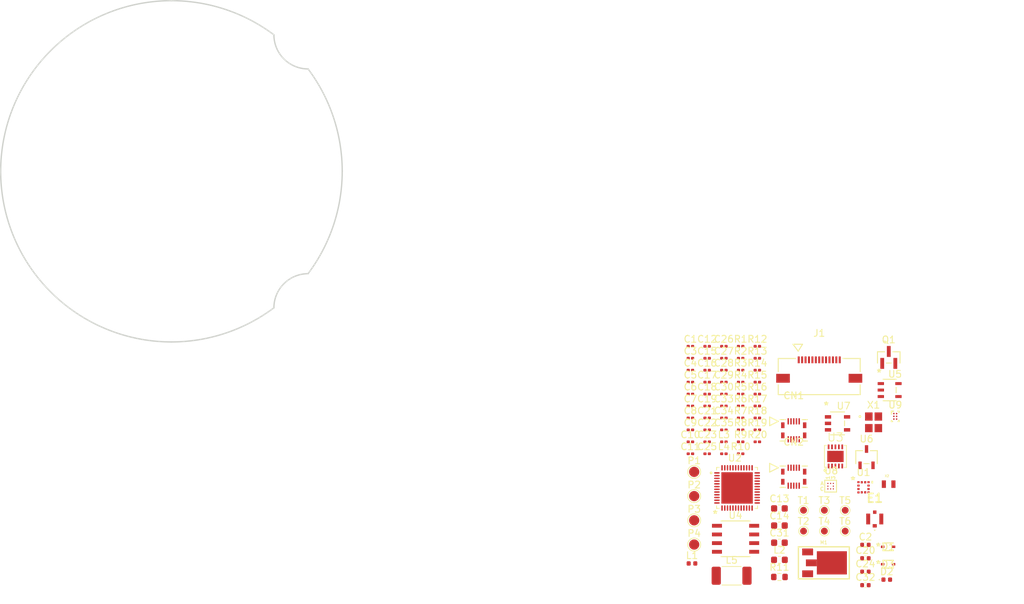
<source format=kicad_pcb>
(kicad_pcb (version 20240108) (generator "pcbnew") (generator_version "8.0")
  (layers (0 "F.Cu" signal) (31 "B.Cu" signal) (34 "B.Paste" user) (35 "F.Paste" user) (36 "B.SilkS" user "B.Silkscreen") (37 "F.SilkS" user "F.Silkscreen") (38 "B.Mask" user) (39 "F.Mask" user) (44 "Edge.Cuts" user))
  (net 0 "")
  (net 1 "Net-(U2-DEC4)")
  (net 2 "GND")
  (net 3 "3V3")
  (net 4 "Net-(U2-XC2)")
  (net 5 "Net-(U1-IO_VDD)")
  (net 6 "Net-(U2-P0.00{slash}XL1)")
  (net 7 "Net-(U2-XC1)")
  (net 8 "Net-(U2-DEC1)")
  (net 9 "Net-(U2-P0.01{slash}XL2)")
  (net 10 "Net-(U2-DEC3)")
  (net 11 "Net-(U2-DEC2)")
  (net 12 "Net-(U3-VREG)")
  (net 13 "Net-(C15-Pad1)")
  (net 14 "Net-(C15-Pad2)")
  (net 15 "Net-(U2-ANT)")
  (net 16 "VBAT")
  (net 17 "Net-(U5-CE)")
  (net 18 "Net-(D1-CATHODE)")
  (net 19 "Net-(D3-CATHODE)")
  (net 20 "Net-(D3-ANODE)")
  (net 21 "Net-(J1-VPP)")
  (net 22 "Net-(J1-VCOMH)")
  (net 23 "POWER_UP")
  (net 24 "BAT_P")
  (net 25 "RX2")
  (net 26 "RX3")
  (net 27 "TX0")
  (net 28 "RX1")
  (net 34 "SCL")
  (net 35 "HR_EN2")
  (net 36 "HR_INT")
  (net 37 "SDA")
  (net 38 "VUSB")
  (net 40 "Net-(J1-IREF)")
  (net 41 "SPI_CLK")
  (net 43 "OLED_CS")
  (net 44 "OLED_RES")
  (net 45 "OLED_A0")
  (net 46 "MOSI")
  (net 47 "Net-(L1-Pad2)")
  (net 48 "Net-(U2-DCC)")
  (net 49 "Net-(U9-SW)")
  (net 50 "Net-(Q1-B)")
  (net 51 "Net-(U3-CRX1)")
  (net 52 "Net-(U3-CRX3)")
  (net 53 "Net-(U3-CRX2)")
  (net 54 "RDY")
  (net 55 "Net-(U4-~HOLD~)")
  (net 56 "CLK")
  (net 57 "Net-(U4-~WP~)")
  (net 58 "C_STATUS")
  (net 59 "Net-(U7-ISEN)")
  (net 60 "MOTOR_DRV")
  (net 61 "Net-(U9-FB)")
  (net 62 "RX")
  (net 63 "TX")
  (net 64 "DIO")
  (net 65 "AC_CLK")
  (net 66 "AC_INT1")
  (net 68 "AC_MISO")
  (net 69 "AC_MOSI")
  (net 70 "AC_CS#")
  (net 74 "OLED_EN1")
  (net 78 "FLASH_CS")
  (net 80 "MISO")
  (net 81 "INT")
  (footprint "OD07_PLUS_-easyedapro:R_0201_0603Metric" (layer "F.Cu") (at 126.89475 75.287001)
    (property "Reference" "R4" (at 0 -1.05 0) (layer "F.SilkS"))
    (property "Value" "10K")
    (pad "1" smd roundrect (at -0.32 0) (size 0.46 0.4) (layers "F.Cu" "F.Mask") (net 54 "RDY"))
    (pad "2" smd roundrect (at 0.32 0) (size 0.46 0.4) (layers "F.Cu" "F.Mask") (net 3 "3V3"))
  )
  (footprint "OD07_PLUS_-easyedapro:C_0201_0603Metric" (layer "F.Cu") (at 121.99475 78.787001)
    (property "Reference" "C19" (at 0 -1.05 0) (layer "F.SilkS"))
    (property "Value" "0.1uF")
    (pad "1" smd roundrect (at -0.32 0) (size 0.46 0.4) (layers "F.Cu" "F.Mask") (net 2 "GND"))
    (pad "2" smd roundrect (at 0.32 0) (size 0.46 0.4) (layers "F.Cu" "F.Mask") (net 3 "3V3"))
  )
  (footprint "OD07_PLUS_-easyedapro:C_0201_0603Metric" (layer "F.Cu") (at 121.99475 75.287001)
    (property "Reference" "C17" (at 0 -1.05 0) (layer "F.SilkS"))
    (property "Value" "NC")
    (pad "1" smd roundrect (at -0.32 0) (size 0.46 0.4) (layers "F.Cu" "F.Mask") (net 14 "Net-(C15-Pad2)"))
    (pad "2" smd roundrect (at 0.32 0) (size 0.46 0.4) (layers "F.Cu" "F.Mask") (net 2 "GND"))
  )
  (footprint "OD07_PLUS_-easyedapro:TestPoint_Pad_D1.0mm" (layer "F.Cu") (at 136.10475 97.117001)
    (property "Reference" "T2" (at 0 -1.448 0) (layer "F.SilkS"))
    (property "Value" "TX")
    (pad "1" smd circle (at 0 0) (size 1 1) (layers "F.Cu" "F.Mask") (net 63 "TX"))
  )
  (footprint "OD07_PLUS_-easyedapro:C_0201_0603Metric" (layer "F.Cu") (at 124.44475 71.787001)
    (property "Reference" "C27" (at 0 -1.05 0) (layer "F.SilkS"))
    (property "Value" "0.1uF")
    (pad "1" smd roundrect (at -0.32 0) (size 0.46 0.4) (layers "F.Cu" "F.Mask") (net 2 "GND"))
    (pad "2" smd roundrect (at 0.32 0) (size 0.46 0.4) (layers "F.Cu" "F.Mask") (net 3 "3V3"))
  )
  (footprint "OD07_PLUS_-easyedapro:R_0201_0603Metric" (layer "F.Cu") (at 126.89475 82.287001)
    (property "Reference" "R8" (at 0 -1.05 0) (layer "F.SilkS"))
    (property "Value" "10K")
    (pad "1" smd roundrect (at -0.32 0) (size 0.46 0.4) (layers "F.Cu" "F.Mask") (net 3 "3V3"))
    (pad "2" smd roundrect (at 0.32 0) (size 0.46 0.4) (layers "F.Cu" "F.Mask") (net 58 "C_STATUS"))
  )
  (footprint "OD07_PLUS_-easyedapro:CON_559099872" (layer "F.Cu") (at 134.669946 82.3505)
    (property "Reference" "CN1" (at 0 -5.08 0) (layer "F.SilkS"))
    (property "Value" "")
    (fp_text user "" (at 0 -7.619999 0) (layer "F.SilkS"))
    (pad "1" smd rect (at -0.800001 -1.314999) (size 0.22 0.9) (layers "F.Cu" "F.Paste" "F.Mask") (net 28 "RX1"))
    (pad "2" smd rect (at -0.399999 -1.314999) (size 0.22 0.9) (layers "F.Cu" "F.Paste" "F.Mask") (net 25 "RX2"))
    (pad "3" smd rect (at 0 -1.314999) (size 0.22 0.9) (layers "F.Cu" "F.Paste" "F.Mask") (net 26 "RX3"))
    (pad "4" smd rect (at 0.399999 -1.314999) (size 0.22 0.9) (layers "F.Cu" "F.Paste" "F.Mask") (net 27 "TX0"))
    (pad "5" smd rect (at 0.800001 -1.314999) (size 0.22 0.9) (layers "F.Cu" "F.Paste" "F.Mask"))
    (pad "6" smd rect (at -0.800001 1.314999) (size 0.22 0.9) (layers "F.Cu" "F.Paste" "F.Mask"))
    (pad "7" smd rect (at -0.399999 1.314999) (size 0.22 0.9) (layers "F.Cu" "F.Paste" "F.Mask"))
    (pad "8" smd rect (at 0 1.314999) (size 0.22 0.9) (layers "F.Cu" "F.Paste" "F.Mask"))
    (pad "9" smd rect (at 0.399999 1.314999) (size 0.22 0.9) (layers "F.Cu" "F.Paste" "F.Mask") (net 2 "GND"))
    (pad "10" smd rect (at 0.800001 1.314999) (size 0.22 0.9) (layers "F.Cu" "F.Paste" "F.Mask") (net 2 "GND"))
    (pad "P1" smd rect (at -1.6 0.74) (size 0.5 0.85) (layers "F.Cu" "F.Paste" "F.Mask"))
    (pad "P2" smd rect (at 1.599997 0.74) (size 0.5 0.85) (layers "F.Cu" "F.Paste" "F.Mask"))
    (pad "P3" smd rect (at -1.6 -0.74) (size 0.5 0.85) (layers "F.Cu" "F.Paste" "F.Mask"))
    (pad "P4" smd rect (at 1.599997 -0.74) (size 0.5 0.85) (layers "F.Cu" "F.Paste" "F.Mask"))
  )
  (footprint "OD07_PLUS_-easyedapro:D_0402_1005Metric" (layer "F.Cu") (at 148.28975 104.227001)
    (property "Reference" "D2" (at 0 -1.17 0) (layer "F.SilkS"))
    (property "Value" "BTR04F15")
    (pad "1" smd roundrect (at -0.485 0) (size 0.59 0.64) (layers "F.Cu" "F.Paste" "F.Mask") (net 2 "GND"))
    (pad "2" smd roundrect (at 0.485 0) (size 0.59 0.64) (layers "F.Cu" "F.Paste" "F.Mask") (net 38 "VUSB"))
  )
  (footprint "OD07_PLUS_-easyedapro:C_0201_0603Metric" (layer "F.Cu") (at 119.54475 71.787001)
    (property "Reference" "C3" (at 0 -1.05 0) (layer "F.SilkS"))
    (property "Value" "0.1uF")
    (pad "1" smd roundrect (at -0.32 0) (size 0.46 0.4) (layers "F.Cu" "F.Mask") (net 2 "GND"))
    (pad "2" smd roundrect (at 0.32 0) (size 0.46 0.4) (layers "F.Cu" "F.Mask") (net 3 "3V3"))
  )
  (footprint "OD07_PLUS_-easyedapro:L_0201_0603Metric" (layer "F.Cu") (at 124.44475 84.037001)
    (property "Reference" "L3" (at 0 -1.05 0) (layer "F.SilkS"))
    (property "Value" "3.9nH")
    (pad "1" smd roundrect (at -0.32 0) (size 0.46 0.4) (layers "F.Cu" "F.Mask") (net 15 "Net-(U2-ANT)"))
    (pad "2" smd roundrect (at 0.32 0) (size 0.46 0.4) (layers "F.Cu" "F.Mask") (net 13 "Net-(C15-Pad1)"))
  )
  (footprint "OD07_PLUS_-easyedapro:C_0603_1608Metric" (layer "F.Cu") (at 132.57475 98.817001)
    (property "Reference" "C31" (at 0 -1.43 0) (layer "F.SilkS"))
    (property "Value" "2.2uF")
    (pad "1" smd roundrect (at -0.775 0) (size 0.9 0.95) (layers "F.Cu" "F.Paste" "F.Mask") (net 21 "Net-(J1-VPP)"))
    (pad "2" smd roundrect (at 0.775 0) (size 0.9 0.95) (layers "F.Cu" "F.Paste" "F.Mask") (net 2 "GND"))
  )
  (footprint "OD07_PLUS_-easyedapro:C_0201_0603Metric" (layer "F.Cu") (at 124.44475 77.037001)
    (property "Reference" "C30" (at 0 -1.05 0) (layer "F.SilkS"))
    (property "Value" "0.1uF")
    (pad "1" smd roundrect (at -0.32 0) (size 0.46 0.4) (layers "F.Cu" "F.Mask") (net 2 "GND"))
    (pad "2" smd roundrect (at 0.32 0) (size 0.46 0.4) (layers "F.Cu" "F.Mask") (net 21 "Net-(J1-VPP)"))
  )
  (footprint "OD07_PLUS_-easyedapro:CON_5051101392_MOL" (layer "F.Cu") (at 138.403238 74.474201)
    (property "Reference" "J1" (at 0 -6.35 0) (layer "F.SilkS"))
    (property "Value" "")
    (fp_text user "" (at 0 -8.89 0) (layer "F.SilkS"))
    (pad "1" smd rect (at -2.999999 -2.45) (size 0.3 1) (layers "F.Cu" "F.Paste" "F.Mask"))
    (pad "2" smd rect (at -2.5 -2.45) (size 0.3 1) (layers "F.Cu" "F.Paste" "F.Mask") (net 21 "Net-(J1-VPP)"))
    (pad "3" smd rect (at -1.999999 -2.45) (size 0.3 1) (layers "F.Cu" "F.Paste" "F.Mask") (net 22 "Net-(J1-VCOMH)"))
    (pad "4" smd rect (at -1.5 -2.45) (size 0.3 1) (layers "F.Cu" "F.Paste" "F.Mask") (net 3 "3V3"))
    (pad "5" smd rect (at -0.999998 -2.45) (size 0.3 1) (layers "F.Cu" "F.Paste" "F.Mask") (net 2 "GND"))
    (pad "6" smd rect (at -0.499999 -2.45) (size 0.3 1) (layers "F.Cu" "F.Paste" "F.Mask") (net 40 "Net-(J1-IREF)"))
    (pad "7" smd rect (at 0 -2.45) (size 0.3 1) (layers "F.Cu" "F.Paste" "F.Mask") (net 43 "OLED_CS"))
    (pad "8" smd rect (at 0.500002 -2.45) (size 0.3 1) (layers "F.Cu" "F.Paste" "F.Mask") (net 44 "OLED_RES"))
    (pad "9" smd rect (at 1.000001 -2.45) (size 0.3 1) (layers "F.Cu" "F.Paste" "F.Mask") (net 45 "OLED_A0"))
    (pad "10" smd rect (at 1.500002 -2.45) (size 0.3 1) (layers "F.Cu" "F.Paste" "F.Mask") (net 41 "SPI_CLK"))
    (pad "11" smd rect (at 2.000001 -2.45) (size 0.3 1) (layers "F.Cu" "F.Paste" "F.Mask") (net 46 "MOSI"))
    (pad "12" smd rect (at 2.5 -2.45) (size 0.3 1) (layers "F.Cu" "F.Paste" "F.Mask") (net 2 "GND"))
    (pad "13" smd rect (at 3.000002 -2.45) (size 0.3 1) (layers "F.Cu" "F.Paste" "F.Mask"))
    (pad "P1" smd rect (at -5.299994 0.249999) (size 2 1.3) (layers "F.Cu" "F.Paste" "F.Mask"))
    (pad "P2" smd rect (at 5.299994 0.249999) (size 2 1.3) (layers "F.Cu" "F.Paste" "F.Mask"))
  )
  (footprint "OD07_PLUS_-easyedapro:C_0201_0603Metric" (layer "F.Cu") (at 119.54475 82.287001)
    (property "Reference" "C9" (at 0 -1.05 0) (layer "F.SilkS"))
    (property "Value" "0.1uF")
    (pad "1" smd roundrect (at -0.32 0) (size 0.46 0.4) (layers "F.Cu" "F.Mask") (net 8 "Net-(U2-DEC1)"))
    (pad "2" smd roundrect (at 0.32 0) (size 0.46 0.4) (layers "F.Cu" "F.Mask") (net 2 "GND"))
  )
  (footprint "OD07_PLUS_-easyedapro:L_0402_1005Metric" (layer "F.Cu") (at 119.77475 101.857001)
    (property "Reference" "L1" (at 0 -1.17 0) (layer "F.SilkS"))
    (property "Value" "15nH")
    (pad "1" smd roundrect (at -0.485 0) (size 0.59 0.64) (layers "F.Cu" "F.Paste" "F.Mask") (net 1 "Net-(U2-DEC4)"))
    (pad "2" smd roundrect (at 0.485 0) (size 0.59 0.64) (layers "F.Cu" "F.Paste" "F.Mask") (net 47 "Net-(L1-Pad2)"))
  )
  (footprint "OD07_PLUS_-easyedapro:C_0201_0603Metric" (layer "F.Cu") (at 119.54475 80.537001)
    (property "Reference" "C8" (at 0 -1.05 0) (layer "F.SilkS"))
    (property "Value" "12pF")
    (pad "1" smd roundrect (at -0.32 0) (size 0.46 0.4) (layers "F.Cu" "F.Mask") (net 7 "Net-(U2-XC1)"))
    (pad "2" smd roundrect (at 0.32 0) (size 0.46 0.4) (layers "F.Cu" "F.Mask") (net 2 "GND"))
  )
  (footprint "OD07_PLUS_-easyedapro:SOT-23_MCC" (layer "F.Cu") (at 148.58395 71.668601)
    (property "Reference" "Q1" (at -0.01 -2.59 0) (layer "F.SilkS"))
    (property "Value" "MMBT3904")
    (pad "1" smd rect (at -0.95885 0.8763) (size 0.5588 1.6002) (layers "F.Cu" "F.Paste" "F.Mask") (net 50 "Net-(Q1-B)"))
    (pad "2" smd rect (at 0.95885 0.8763) (size 0.5588 1.6002) (layers "F.Cu" "F.Paste" "F.Mask") (net 2 "GND"))
    (pad "3" smd rect (at 0 -0.8763) (size 0.5588 1.6002) (layers "F.Cu" "F.Paste" "F.Mask") (net 20 "Net-(D3-ANODE)"))
  )
  (footprint "OD07_PLUS_-easyedapro:TestPoint_Pad_D1.5mm" (layer "F.Cu") (at 120.09475 95.537001)
    (property "Reference" "P3" (at 0 -1.648 0) (layer "F.SilkS"))
    (property "Value" "GND")
    (pad "1" smd circle (at 0 0) (size 1.5 1.5) (layers "F.Cu" "F.Mask") (net 2 "GND"))
  )
  (footprint "OD07_PLUS_-easyedapro:C_0201_0603Metric" (layer "F.Cu") (at 121.99475 70.037001)
    (property "Reference" "C12" (at 0 -1.05 0) (layer "F.SilkS"))
    (property "Value" "NC")
    (pad "1" smd roundrect (at -0.32 0) (size 0.46 0.4) (layers "F.Cu" "F.Mask") (net 11 "Net-(U2-DEC2)"))
    (pad "2" smd roundrect (at 0.32 0) (size 0.46 0.4) (layers "F.Cu" "F.Mask") (net 2 "GND"))
  )
  (footprint "OD07_PLUS_-easyedapro:R_0201_0603Metric" (layer "F.Cu") (at 126.89475 77.037001)
    (property "Reference" "R5" (at 0 -1.05 0) (layer "F.SilkS"))
    (property "Value" "10K")
    (pad "1" smd roundrect (at -0.32 0) (size 0.46 0.4) (layers "F.Cu" "F.Mask") (net 3 "3V3"))
    (pad "2" smd roundrect (at 0.32 0) (size 0.46 0.4) (layers "F.Cu" "F.Mask") (net 55 "Net-(U4-~HOLD~)"))
  )
  (footprint "OD07_PLUS_-easyedapro:TestPoint_Pad_D1.0mm" (layer "F.Cu") (at 139.15475 94.067001)
    (property "Reference" "T3" (at 0 -1.448 0) (layer "F.SilkS"))
    (property "Value" "SWDIO")
    (pad "1" smd circle (at 0 0) (size 1 1) (layers "F.Cu" "F.Mask") (net 64 "DIO"))
  )
  (footprint "OD07_PLUS_-easyedapro:TestPoint_Pad_D1.5mm" (layer "F.Cu") (at 120.09475 99.087001)
    (property "Reference" "P4" (at 0 -1.648 0) (layer "F.SilkS"))
    (property "Value" "B-")
    (pad "1" smd circle (at 0 0) (size 1.5 1.5) (layers "F.Cu" "F.Mask") (net 2 "GND"))
  )
  (footprint "OD07_PLUS_-easyedapro:WL-CSPBGA8_1p2x1p2x0p5_AKM" (layer "F.Cu") (at 140.06925 90.531501)
    (property "Reference" "U8" (at 0.09 -2.25 0) (layer "F.SilkS"))
    (property "Value" "AK09911C")
    (fp_text user "C" (at -1.28 0.41 0) (layer "F.SilkS") (effects (font (size 0.5 0.5))))
    (fp_text user "1" (at -0.4 -1.2446 90) (layer "F.SilkS") (effects (font (size 0.5 0.5))))
    (fp_text user "A" (at -1.2446 -0.4 0) (layer "F.SilkS") (effects (font (size 0.5 0.5))))
    (fp_text user "3" (at 0.4 -1.2446 90) (layer "F.SilkS") (effects (font (size 0.5 0.5))))
    (pad "A1" smd circle (at -0.4 -0.4) (size 0.1778 0.1778) (layers "F.Cu" "F.Paste" "F.Mask") (net 3 "3V3"))
    (pad "A2" smd circle (at 0 -0.4) (size 0.1778 0.1778) (layers "F.Cu" "F.Paste" "F.Mask"))
    (pad "A3" smd circle (at 0.4 -0.4) (size 0.1778 0.1778) (layers "F.Cu" "F.Paste" "F.Mask") (net 81 "INT"))
    (pad "B1" smd circle (at -0.4 0) (size 0.1778 0.1778) (layers "F.Cu" "F.Paste" "F.Mask") (net 2 "GND"))
    (pad "B3" smd circle (at 0.4 0) (size 0.1778 0.1778) (layers "F.Cu" "F.Paste" "F.Mask") (net 34 "SCL"))
    (pad "C1" smd circle (at -0.4 0.4) (size 0.1778 0.1778) (layers "F.Cu" "F.Paste" "F.Mask") (net 3 "3V3"))
    (pad "C2" smd circle (at 0 0.4) (size 0.1778 0.1778) (layers "F.Cu" "F.Paste" "F.Mask"))
    (pad "C3" smd circle (at 0.4 0.4) (size 0.1778 0.1778) (layers "F.Cu" "F.Paste" "F.Mask") (net 37 "SDA"))
  )
  (footprint "OD07_PLUS_-easyedapro:R_0201_0603Metric" (layer "F.Cu") (at 126.89475 84.037001)
    (property "Reference" "R9" (at 0 -1.05 0) (layer "F.SilkS"))
    (property "Value" "NC")
    (pad "1" smd roundrect (at -0.32 0) (size 0.46 0.4) (layers "F.Cu" "F.Mask") (net 17 "Net-(U5-CE)"))
    (pad "2" smd roundrect (at 0.32 0) (size 0.46 0.4) (layers "F.Cu" "F.Mask") (net 16 "VBAT"))
  )
  (footprint "OD07_PLUS_-easyedapro:R_0201_0603Metric" (layer "F.Cu") (at 126.89475 71.787001)
    (property "Reference" "R2" (at 0 -1.05 0) (layer "F.SilkS"))
    (property "Value" "330R")
    (pad "1" smd roundrect (at -0.32 0) (size 0.46 0.4) (layers "F.Cu" "F.Mask") (net 52 "Net-(U3-CRX3)"))
    (pad "2" smd roundrect (at 0.32 0) (size 0.46 0.4) (layers "F.Cu" "F.Mask") (net 26 "RX3"))
  )
  (footprint "OD07_PLUS_-easyedapro:C_0201_0603Metric" (layer "F.Cu") (at 121.99475 71.787001)
    (property "Reference" "C15" (at 0 -1.05 0) (layer "F.SilkS"))
    (property "Value" "12pF")
    (pad "1" smd roundrect (at -0.32 0) (size 0.46 0.4) (layers "F.Cu" "F.Mask") (net 13 "Net-(C15-Pad1)"))
    (pad "2" smd roundrect (at 0.32 0) (size 0.46 0.4) (layers "F.Cu" "F.Mask") (net 14 "Net-(C15-Pad2)"))
  )
  (footprint "OD07_PLUS_-easyedapro:CR_350TA_DIO" (layer "F.Cu") (at 148.48405 99.416701)
    (property "Reference" "D1" (at 0 0 0) (layer "F.SilkS"))
    (property "Value" "ZHCS350TA")
    (fp_text user "*" (at -1.4351 0 0) (layer "F.SilkS"))
    (fp_text user "*" (at -1.4351 0 0) (layer "F.SilkS"))
    (pad "1" smd rect (at -0.8001 0) (size 0.508 0.3556) (layers "F.Cu" "F.Paste" "F.Mask") (net 38 "VUSB"))
    (pad "2" smd rect (at 0.8001 0) (size 0.508 0.3556) (layers "F.Cu" "F.Paste" "F.Mask") (net 18 "Net-(D1-CATHODE)"))
  )
  (footprint "OD07_PLUS_-easyedapro:C_0402_1005Metric" (layer "F.Cu") (at 145.16475 99.127001)
    (property "Reference" "C2" (at 0 -1.16 0) (layer "F.SilkS"))
    (property "Value" "4.7uF")
    (pad "1" smd roundrect (at -0.48 0) (size 0.56 0.62) (layers "F.Cu" "F.Paste" "F.Mask") (net 2 "GND"))
    (pad "2" smd roundrect (at 0.48 0) (size 0.56 0.62) (layers "F.Cu" "F.Paste" "F.Mask") (net 3 "3V3"))
  )
  (footprint "OD07_PLUS_-easyedapro:IQS263B" (layer "F.Cu") (at 140.77475 86.177001)
    (property "Reference" "U3" (at 0 -2.81 0) (layer "F.SilkS") (effects (font (size 1.2 1.2) (thickness 0.12))))
    (property "Value" "IQS263")
    (pad "1" smd rect (at -1 1.4 90) (size 0.7 0.25) (layers "F.Cu" "F.Paste" "F.Mask") (net 2 "GND"))
    (pad "2" smd rect (at -0.5 1.4 90) (size 0.7 0.25) (layers "F.Cu" "F.Paste" "F.Mask") (net 51 "Net-(U3-CRX1)"))
    (pad "3" smd rect (at 0 1.4 90) (size 0.7 0.25) (layers "F.Cu" "F.Paste" "F.Mask") (net 53 "Net-(U3-CRX2)"))
    (pad "4" smd rect (at 0.5 1.4 90) (size 0.7 0.25) (layers "F.Cu" "F.Paste" "F.Mask") (net 3 "3V3"))
    (pad "5" smd rect (at 1 1.4 90) (size 0.7 0.25) (layers "F.Cu" "F.Paste" "F.Mask") (net 12 "Net-(U3-VREG)"))
    (pad "6" smd rect (at 1 -1.4 90) (size 0.7 0.25) (layers "F.Cu" "F.Paste" "F.Mask") (net 54 "RDY"))
    (pad "7" smd rect (at 0.5 -1.4 90) (size 0.7 0.25) (layers "F.Cu" "F.Paste" "F.Mask") (net 37 "SDA"))
    (pad "8" smd rect (at 0 -1.4 90) (size 0.7 0.25) (layers "F.Cu" "F.Paste" "F.Mask") (net 34 "SCL"))
    (pad "9" smd rect (at -0.5 -1.4 90) (size 0.7 0.25) (layers "F.Cu" "F.Paste" "F.Mask") (net 52 "Net-(U3-CRX3)"))
    (pad "10" smd rect (at -1 -1.4 90) (size 0.7 0.25) (layers "F.Cu" "F.Paste" "F.Mask") (net 27 "TX0"))
    (pad "11" smd rect (at 0 0) (size 2.4 1.65) (layers "F.Cu" "F.Paste" "F.Mask") (net 2 "GND"))
  )
  (footprint "OD07_PLUS_-easyedapro:TestPoint_Pad_D1.0mm" (layer "F.Cu") (at 142.20475 97.117001)
    (property "Reference" "T6" (at 0 -1.448 0) (layer "F.SilkS"))
    (property "Value" "GND")
    (pad "1" smd circle (at 0 0) (size 1 1) (layers "F.Cu" "F.Mask") (net 2 "GND"))
  )
  (footprint "OD07_PLUS_-easyedapro:CR_350TA_DIO" (layer "F.Cu") (at 148.48405 101.966101)
    (property "Reference" "D3" (at 0 0 0) (layer "F.SilkS"))
    (property "Value" "ZHCS350TA")
    (fp_text user "*" (at -1.4351 0 0) (layer "F.SilkS"))
    (fp_text user "*" (at -1.4351 0 0) (layer "F.SilkS"))
    (pad "1" smd rect (at -0.8001 0) (size 0.508 0.3556) (layers "F.Cu" "F.Paste" "F.Mask") (net 20 "Net-(D3-ANODE)"))
    (pad "2" smd rect (at 0.8001 0) (size 0.508 0.3556) (layers "F.Cu" "F.Paste" "F.Mask") (net 19 "Net-(D3-CATHODE)"))
  )
  (footprint "OD07_PLUS_-easyedapro:C_0201_0603Metric" (layer "F.Cu") (at 119.54475 85.787001)
    (property "Reference" "C11" (at 0 -1.05 0) (layer "F.SilkS"))
    (property "Value" "100pF")
    (pad "1" smd roundrect (at -0.32 0) (size 0.46 0.4) (layers "F.Cu" "F.Mask") (net 10 "Net-(U2-DEC3)"))
    (pad "2" smd roundrect (at 0.32 0) (size 0.46 0.4) (layers "F.Cu" "F.Mask") (net 2 "GND"))
  )
  (footprint "OD07_PLUS_-easyedapro:CON_559099872" (layer "F.Cu") (at 134.669946 89.147499)
    (property "Reference" "CN2" (at 0 -5.08 0) (layer "F.SilkS"))
    (property "Value" "")
    (fp_text user "" (at 0 -7.619999 0) (layer "F.SilkS"))
    (pad "1" smd rect (at -0.800001 -1.314999) (size 0.22 0.9) (layers "F.Cu" "F.Paste" "F.Mask") (net 37 "SDA"))
    (pad "2" smd rect (at -0.399999 -1.314999) (size 0.22 0.9) (layers "F.Cu" "F.Paste" "F.Mask") (net 34 "SCL"))
    (pad "3" smd rect (at 0 -1.314999) (size 0.22 0.9) (layers "F.Cu" "F.Paste" "F.Mask") (net 36 "HR_INT"))
    (pad "4" smd rect (at 0.399999 -1.314999) (size 0.22 0.9) (layers "F.Cu" "F.Paste" "F.Mask") (net 35 "HR_EN2"))
    (pad "5" smd rect (at 0.800001 -1.314999) (size 0.22 0.9) (layers "F.Cu" "F.Paste" "F.Mask") (net 3 "3V3"))
    (pad "6" smd rect (at -0.800001 1.314999) (size 0.22 0.9) (layers "F.Cu" "F.Paste" "F.Mask") (net 16 "VBAT"))
    (pad "7" smd rect (at -0.399999 1.314999) (size 0.22 0.9) (layers "F.Cu" "F.Paste" "F.Mask") (net 16 "VBAT"))
    (pad "8" smd rect (at 0 1.314999) (size 0.22 0.9) (layers "F.Cu" "F.Paste" "F.Mask"))
    (pad "9" smd rect (at 0.399999 1.314999) (size 0.22 0.9) (layers "F.Cu" "F.Paste" "F.Mask") (net 2 "GND"))
    (pad "10" smd rect (at 0.800001 1.314999) (size 0.22 0.9) (layers "F.Cu" "F.Paste" "F.Mask") (net 2 "GND"))
    (pad "P1" smd rect (at -1.6 0.74) (size 0.5 0.85) (layers "F.Cu" "F.Paste" "F.Mask"))
    (pad "P2" smd rect (at 1.599997 0.74) (size 0.5 0.85) (layers "F.Cu" "F.Paste" "F.Mask"))
    (pad "P3" smd rect (at -1.6 -0.74) (size 0.5 0.85) (layers "F.Cu" "F.Paste" "F.Mask"))
    (pad "P4" smd rect (at 1.599997 -0.74) (size 0.5 0.85) (layers "F.Cu" "F.Paste" "F.Mask"))
  )
  (footprint "OD07_PLUS_-easyedapro:C_0603_1608Metric" (layer "F.Cu") (at 132.57475 96.307001)
    (property "Reference" "C14" (at 0 -1.43 0) (layer "F.SilkS"))
    (property "Value" "2.2uF")
    (pad "1" smd roundrect (at -0.775 0) (size 0.9 0.95) (layers "F.Cu" "F.Paste" "F.Mask") (net 12 "Net-(U3-VREG)"))
    (pad "2" smd roundrect (at 0.775 0) (size 0.9 0.95) (layers "F.Cu" "F.Paste" "F.Mask") (net 2 "GND"))
  )
  (footprint "OD07_PLUS_-easyedapro:R_0201_0603Metric" (layer "F.Cu") (at 126.89475 73.537001)
    (property "Reference" "R3" (at 0 -1.05 0) (layer "F.SilkS"))
    (property "Value" "330R")
    (pad "1" smd roundrect (at -0.32 0) (size 0.46 0.4) (layers "F.Cu" "F.Mask") (net 25 "RX2"))
    (pad "2" smd roundrect (at 0.32 0) (size 0.46 0.4) (layers "F.Cu" "F.Mask") (net 53 "Net-(U3-CRX2)"))
  )
  (footprint "OD07_PLUS_-easyedapro:C_0402_1005Metric" (layer "F.Cu") (at 145.16475 101.097001)
    (property "Reference" "C20" (at 0 -1.16 0) (layer "F.SilkS"))
    (property "Value" "4.7uF")
    (pad "1" smd roundrect (at -0.48 0) (size 0.56 0.62) (layers "F.Cu" "F.Paste" "F.Mask") (net 3 "3V3"))
    (pad "2" smd roundrect (at 0.48 0) (size 0.56 0.62) (layers "F.Cu" "F.Paste" "F.Mask") (net 2 "GND"))
  )
  (footprint "OD07_PLUS_-easyedapro:R_0201_0603Metric" (layer "F.Cu") (at 129.34475 75.287001)
    (property "Reference" "R15" (at 0 -1.05 0) (layer "F.SilkS"))
    (property "Value" "155K 1%")
    (pad "1" smd roundrect (at -0.32 0) (size 0.46 0.4) (layers "F.Cu" "F.Mask") (net 61 "Net-(U9-FB)"))
    (pad "2" smd roundrect (at 0.32 0) (size 0.46 0.4) (layers "F.Cu" "F.Mask") (net 2 "GND"))
  )
  (footprint "OD07_PLUS_-easyedapro:TestPoint_Pad_D1.5mm" (layer "F.Cu") (at 120.09475 88.437001)
    (property "Reference" "P1" (at 0 -1.648 0) (layer "F.SilkS"))
    (property "Value" "VUSB")
    (pad "1" smd circle (at 0 0) (size 1.5 1.5) (layers "F.Cu" "F.Mask") (net 38 "VUSB"))
  )
  (footprint "OD07_PLUS_-easyedapro:R_0201_0603Metric" (layer "F.Cu") (at 129.34475 73.537001)
    (property "Reference" "R14" (at 0 -1.05 0) (layer "F.SilkS"))
    (property "Value" "810K 1%")
    (pad "1" smd roundrect (at -0.32 0) (size 0.46 0.4) (layers "F.Cu" "F.Mask") (net 61 "Net-(U9-FB)"))
    (pad "2" smd roundrect (at 0.32 0) (size 0.46 0.4) (layers "F.Cu" "F.Mask") (net 21 "Net-(J1-VPP)"))
  )
  (footprint "OD07_PLUS_-easyedapro:C_0201_0603Metric" (layer "F.Cu") (at 119.54475 84.037001)
    (property "Reference" "C10" (at 0 -1.05 0) (layer "F.SilkS"))
    (property "Value" "20PF")
    (pad "1" smd roundrect (at -0.32 0) (size 0.46 0.4) (layers "F.Cu" "F.Mask") (net 2 "GND"))
    (pad "2" smd roundrect (at 0.32 0) (size 0.46 0.4) (layers "F.Cu" "F.Mask") (net 9 "Net-(U2-P0.01{slash}XL2)"))
  )
  (footprint "OD07_PLUS_-easyedapro:TestPoint_Pad_D1.0mm" (layer "F.Cu") (at 139.15475 97.117001)
    (property "Reference" "T4" (at 0 -1.448 0) (layer "F.SilkS"))
    (property "Value" "SWDCLK")
    (pad "1" smd circle (at 0 0) (size 1 1) (layers "F.Cu" "F.Mask") (net 56 "CLK"))
  )
  (footprint "OD07_PLUS_-easyedapro:R_0201_0603Metric" (layer "F.Cu") (at 129.34475 82.287001)
    (property "Reference" "R19" (at 0 -1.05 0) (layer "F.SilkS"))
    (property "Value" "1M_1%")
    (pad "1" smd roundrect (at -0.32 0) (size 0.46 0.4) (layers "F.Cu" "F.Mask") (net 16 "VBAT"))
    (pad "2" smd roundrect (at 0.32 0) (size 0.46 0.4) (layers "F.Cu" "F.Mask") (net 24 "BAT_P"))
  )
  (footprint "OD07_PLUS_-easyedapro:R_0201_0603Metric" (layer "F.Cu") (at 126.89475 78.787001)
    (property "Reference" "R6" (at 0 -1.05 0) (layer "F.SilkS"))
    (property "Value" "10K")
    (pad "1" smd roundrect (at -0.32 0) (size 0.46 0.4) (layers "F.Cu" "F.Mask") (net 56 "CLK"))
    (pad "2" smd roundrect (at 0.32 0) (size 0.46 0.4) (layers "F.Cu" "F.Mask") (net 2 "GND"))
  )
  (footprint "OD07_PLUS_-easyedapro:C_0201_0603Metric" (layer "F.Cu") (at 119.54475 78.787001)
    (property "Reference" "C7" (at 0 -1.05 0) (layer "F.SilkS"))
    (property "Value" "20PF")
    (pad "1" smd roundrect (at -0.32 0) (size 0.46 0.4) (layers "F.Cu" "F.Mask") (net 2 "GND"))
    (pad "2" smd roundrect (at 0.32 0) (size 0.46 0.4) (layers "F.Cu" "F.Mask") (net 6 "Net-(U2-P0.00{slash}XL1)"))
  )
  (footprint "OD07_PLUS_-easyedapro:R_0201_0603Metric" (layer "F.Cu") (at 129.34475 77.037001)
    (property "Reference" "R16" (at 0 -1.05 0) (layer "F.SilkS"))
    (property "Value" "560K")
    (pad "1" smd roundrect (at -0.32 0) (size 0.46 0.4) (layers "F.Cu" "F.Mask") (net 40 "Net-(J1-IREF)"))
    (pad "2" smd roundrect (at 0.32 0) (size 0.46 0.4) (layers "F.Cu" "F.Mask") (net 2 "GND"))
  )
  (footprint "OD07_PLUS_-easyedapro:R_0201_0603Metric" (layer "F.Cu") (at 129.34475 80.537001)
    (property "Reference" "R18" (at 0 -1.05 0) (layer "F.SilkS"))
    (property "Value" "1M_1%")
    (pad "1" smd roundrect (at -0.32 0) (size 0.46 0.4) (layers "F.Cu" "F.Mask") (net 23 "POWER_UP"))
    (pad "2" smd roundrect (at 0.32 0) (size 0.46 0.4) (layers "F.Cu" "F.Mask") (net 2 "GND"))
  )
  (footprint "OD07_PLUS_-easyedapro:XC61C_SOT-23_TOR" (layer "F.Cu") (at 145.32775 86.284801)
    (property "Reference" "U6" (at 0 -2.68 0) (layer "F.SilkS"))
    (property "Value" "XC61CC3302MR-G")
    (pad "1" smd rect (at -0.950001 1.1938) (size 0.4826 1.1176) (layers "F.Cu" "F.Paste" "F.Mask") (net 17 "Net-(U5-CE)"))
    (pad "2" smd rect (at 0.950001 1.1938) (size 0.4826 1.1176) (layers "F.Cu" "F.Paste" "F.Mask") (net 2 "GND"))
    (pad "3" smd rect (at 0 -1.1938) (size 0.4826 1.1176) (layers "F.Cu" "F.Paste" "F.Mask") (net 16 "VBAT"))
  )
  (footprint "OD07_PLUS_-easyedapro:C_0201_0603Metric" (layer "F.Cu") (at 124.44475 75.287001)
    (property "Reference" "C29" (at 0 -1.05 0) (layer "F.SilkS"))
    (property "Value" "1uF")
    (pad "1" smd roundrect (at -0.32 0) (size 0.46 0.4) (layers "F.Cu" "F.Mask") (net 16 "VBAT"))
    (pad "2" smd roundrect (at 0.32 0) (size 0.46 0.4) (layers "F.Cu" "F.Mask") (net 2 "GND"))
  )
  (footprint "OD07_PLUS_-easyedapro:R_0603_1608Metric" (layer "F.Cu") (at 132.57475 103.837001)
    (property "Reference" "R11" (at 0 -1.43 0) (layer "F.SilkS"))
    (property "Value" "25.5R")
    (pad "1" smd roundrect (at -0.825 0) (size 0.8 0.95) (layers "F.Cu" "F.Paste" "F.Mask") (net 16 "VBAT"))
    (pad "2" smd roundrect (at 0.825 0) (size 0.8 0.95) (layers "F.Cu" "F.Paste" "F.Mask") (net 19 "Net-(D3-CATHODE)"))
  )
  (footprint "OD07_PLUS_-easyedapro:C_0201_0603Metric" (layer "F.Cu") (at 124.44475 70.037001)
    (property "Reference" "C26" (at 0 -1.05 0) (layer "F.SilkS"))
    (property "Value" "0.1uF")
    (pad "1" smd roundrect (at -0.32 0) (size 0.46 0.4) (layers "F.Cu" "F.Mask") (net 2 "GND"))
    (pad "2" smd roundrect (at 0.32 0) (size 0.46 0.4) (layers "F.Cu" "F.Mask") (net 3 "3V3"))
  )
  (footprint "OD07_PLUS_-easyedapro:C_0201_0603Metric" (layer "F.Cu") (at 119.54475 73.537001)
    (property "Reference" "C4" (at 0 -1.05 0) (layer "F.SilkS"))
    (property "Value" "12pF")
    (pad "1" smd roundrect (at -0.32 0) (size 0.46 0.4) (layers "F.Cu" "F.Mask") (net 4 "Net-(U2-XC2)"))
    (pad "2" smd roundrect (at 0.32 0) (size 0.46 0.4) (layers "F.Cu" "F.Mask") (net 2 "GND"))
  )
  (footprint "OD07_PLUS_-easyedapro:C_0603_1608Metric" (layer "F.Cu") (at 132.57475 93.797001)
    (property "Reference" "C13" (at 0 -1.43 0) (layer "F.SilkS"))
    (property "Value" "2.2uF")
    (pad "1" smd roundrect (at -0.775 0) (size 0.9 0.95) (layers "F.Cu" "F.Paste" "F.Mask") (net 3 "3V3"))
    (pad "2" smd roundrect (at 0.775 0) (size 0.9 0.95) (layers "F.Cu" "F.Paste" "F.Mask") (net 2 "GND"))
  )
  (footprint "OD07_PLUS_-easyedapro:C_0402_1005Metric" (layer "F.Cu") (at 145.16475 103.067001)
    (property "Reference" "C24" (at 0 -1.16 0) (layer "F.SilkS"))
    (property "Value" "4.7uF")
    (pad "1" smd roundrect (at -0.48 0) (size 0.56 0.62) (layers "F.Cu" "F.Paste" "F.Mask") (net 16 "VBAT"))
    (pad "2" smd roundrect (at 0.48 0) (size 0.56 0.62) (layers "F.Cu" "F.Paste" "F.Mask") (net 2 "GND"))
  )
  (footprint "OD07_PLUS_-easyedapro:LGA12_2X2_KNX" (layer "F.Cu") (at 144.88325 90.695501)
    (property "Reference" "U1" (at 0 -2.18 0) (layer "F.SilkS"))
    (property "Value" "KX122_1037")
    (fp_text user "*" (at -1.5367 -1 0) (layer "F.SilkS"))
    (fp_text user "*" (at -1.5367 -1 0) (layer "F.SilkS"))
    (pad "1" smd rect (at -0.7366 -0.750001 90) (size 0.3048 0.3302) (layers "F.Cu" "F.Paste" "F.Mask") (net 68 "AC_MISO"))
    (pad "2" smd rect (at -0.7366 -0.25 90) (size 0.3048 0.3302) (layers "F.Cu" "F.Paste" "F.Mask") (net 69 "AC_MOSI"))
    (pad "3" smd rect (at -0.7366 0.25 90) (size 0.3048 0.3302) (layers "F.Cu" "F.Paste" "F.Mask") (net 5 "Net-(U1-IO_VDD)"))
    (pad "4" smd rect (at -0.7366 0.750001 90) (size 0.3048 0.3302) (layers "F.Cu" "F.Paste" "F.Mask") (net 2 "GND"))
    (pad "5" smd rect (at -0.25 0.7366) (size 0.3048 0.3302) (layers "F.Cu" "F.Paste" "F.Mask") (net 66 "AC_INT1"))
    (pad "6" smd rect (at 0.25 0.7366) (size 0.3048 0.3302) (layers "F.Cu" "F.Paste" "F.Mask"))
    (pad "7" smd rect (at 0.7366 0.750001 90) (size 0.3048 0.3302) (layers "F.Cu" "F.Paste" "F.Mask") (net 3 "3V3"))
    (pad "8" smd rect (at 0.7366 0.25 90) (size 0.3048 0.3302) (layers "F.Cu" "F.Paste" "F.Mask") (net 2 "GND"))
    (pad "9" smd rect (at 0.7366 -0.25 90) (size 0.3048 0.3302) (layers "F.Cu" "F.Paste" "F.Mask") (net 2 "GND"))
    (pad "10" smd rect (at 0.7366 -0.750001 90) (size 0.3048 0.3302) (layers "F.Cu" "F.Paste" "F.Mask") (net 70 "AC_CS#"))
    (pad "11" smd rect (at 0.25 -0.7366) (size 0.3048 0.3302) (layers "F.Cu" "F.Paste" "F.Mask"))
    (pad "12" smd rect (at -0.25 -0.7366) (size 0.3048 0.3302) (layers "F.Cu" "F.Paste" "F.Mask") (net 65 "AC_CLK"))
  )
  (footprint "OD07_PLUS_-easyedapro:C_0201_0603Metric" (layer "F.Cu") (at 124.44475 82.287001)
    (property "Reference" "C35" (at 0 -1.05 0) (layer "F.SilkS"))
    (property "Value" "0.1uF")
    (pad "1" smd roundrect (at -0.32 0) (size 0.46 0.4) (layers "F.Cu" "F.Mask") (net 24 "BAT_P"))
    (pad "2" smd roundrect (at 0.32 0) (size 0.46 0.4) (layers "F.Cu" "F.Mask") (net 2 "GND"))
  )
  (footprint "OD07_PLUS_-easyedapro:C_0201_0603Metric" (layer "F.Cu") (at 119.54475 75.287001)
    (property "Reference" "C5" (at 0 -1.05 0) (layer "F.SilkS"))
    (property "Value" "0.1uF")
    (pad "1" smd roundrect (at -0.32 0) (size 0.46 0.4) (layers "F.Cu" "F.Mask") (net 5 "Net-(U1-IO_VDD)"))
    (pad "2" smd roundrect (at 0.32 0) (size 0.46 0.4) (layers "F.Cu" "F.Mask") (net 2 "GND"))
  )
  (footprint "OD07_PLUS_-easyedapro:C_0201_0603Metric" (layer "F.Cu") (at 121.99475 82.287001)
    (property "Reference" "C22" (at 0 -1.05 0) (layer "F.SilkS"))
    (property "Value" "0.1uF")
    (pad "1" smd roundrect (at -0.32 0) (size 0.46 0.4) (layers "F.Cu" "F.Mask") (net 2 "GND"))
    (pad "2" smd roundrect (at 0.32 0) (size 0.46 0.4) (layers "F.Cu" "F.Mask") (net 16 "VBAT"))
  )
  (footprint "OD07_PLUS_-easyedapro:XTAL_ECS-.327-12.5-12-TR" (layer "F.Cu") (at 148.56475 90.237001)
    (property "Reference" "X2" (at -0.254313 -1.197695 0) (layer "F.SilkS") (effects (font (size 0.320399 0.320399))))
    (property "Value" "32.768KHz")
    (pad "1" smd rect (at -0.7 0) (size 0.6 1.1) (layers "F.Cu" "F.Paste" "F.Mask") (net 9 "Net-(U2-P0.01{slash}XL2)"))
    (pad "2" smd rect (at 0.7 0) (size 0.6 1.1) (layers "F.Cu" "F.Paste" "F.Mask") (net 6 "Net-(U2-P0.00{slash}XL1)"))
  )
  (footprint "OD07_PLUS_-easyedapro:TestPoint_Pad_D1.5mm" (layer "F.Cu") (at 120.09475 91.987001)
    (property "Reference" "P2" (at 0 -1.648 0) (layer "F.SilkS"))
    (property "Value" "B+")
    (pad "1" smd circle (at 0 0) (size 1.5 1.5) (layers "F.Cu" "F.Mask") (net 16 "VBAT"))
  )
  (footprint "OD07_PLUS_-easyedapro:TestPoint_Pad_D1.0mm" (layer "F.Cu") (at 142.20475 94.067001)
    (property "Reference" "T5" (at 0 -1.448 0) (layer "F.SilkS"))
    (property "Value" "3V3")
    (pad "1" smd circle (at 0 0) (size 1 1) (layers "F.Cu" "F.Mask") (net 3 "3V3"))
  )
  (footprint "OD07_PLUS_-easyedapro:C_0201_0603Metric" (layer "F.Cu") (at 119.54475 70.037001)
    (property "Reference" "C1" (at 0 -1.05 0) (layer "F.SilkS"))
    (property "Value" "1uF")
    (pad "1" smd roundrect (at -0.32 0) (size 0.46 0.4) (layers "F.Cu" "F.Mask") (net 2 "GND"))
    (pad "2" smd roundrect (at 0.32 0) (size 0.46 0.4) (layers "F.Cu" "F.Mask") (net 1 "Net-(U2-DEC4)"))
  )
  (footprint "OD07_PLUS_-easyedapro:R_0201_0603Metric" (layer "F.Cu") (at 129.34475 84.037001)
    (property "Reference" "R20" (at 0 -1.05 0) (layer "F.SilkS"))
    (property "Value" "196K_1%")
    (pad "1" smd roundrect (at -0.32 0) (size 0.46 0.4) (layers "F.Cu" "F.Mask") (net 24 "BAT_P"))
    (pad "2" smd roundrect (at 0.32 0) (size 0.46 0.4) (layers "F.Cu" "F.Mask") (net 2 "GND"))
  )
  (footprint "OD07_PLUS_-easyedapro:L_0603_1608Metric" (layer "F.Cu") (at 132.57475 101.327001)
    (property "Reference" "L2" (at 0 -1.43 0) (layer "F.SilkS"))
    (property "Value" "10uH")
    (pad "1" smd roundrect (at -0.7875 0) (size 0.875 0.95) (layers "F.Cu" "F.Paste" "F.Mask") (net 47 "Net-(L1-Pad2)"))
    (pad "2" smd roundrect (at 0.7875 0) (size 0.875 0.95) (layers "F.Cu" "F.Paste" "F.Mask") (net 48 "Net-(U2-DCC)"))
  )
  (footprint "OD07_PLUS_-easyedapro:C_0201_0603Metric" (layer "F.Cu") (at 119.54475 77.037001)
    (property "Reference" "C6" (at 0 -1.05 0) (layer "F.SilkS"))
    (property "Value" "0.1uF")
    (pad "1" smd roundrect (at -0.32 0) (size 0.46 0.4) (layers "F.Cu" "F.Mask") (net 3 "3V3"))
    (pad "2" smd roundrect (at 0.32 0) (size 0.46 0.4) (layers "F.Cu" "F.Mask") (net 2 "GND"))
  )
  (footprint "OD07_PLUS_-easyedapro:XTAL_FA-20H_32.0000MF12Y-W3" (layer "F.Cu") (at 146.35975 81.177001)
    (property "Reference" "X1" (at 0 -2.535 0) (layer "F.SilkS"))
    (property "Value" "CRYSTAL1-4/SM")
    (pad "1" smd rect (at -0.7 -0.85) (size 1.1 1.2) (layers "F.Cu" "F.Paste" "F.Mask") (net 4 "Net-(U2-XC2)"))
    (pad "2" smd rect (at -0.7 0.85) (size 1.1 1.2) (layers "F.Cu" "F.Paste" "F.Mask") (net 2 "GND"))
    (pad "3" smd rect (at 0.7 0.85) (size 1.1 1.2) (layers "F.Cu" "F.Paste" "F.Mask") (net 7 "Net-(U2-XC1)"))
    (pad "4" smd rect (at 0.7 -0.85) (size 1.1 1.2) (layers "F.Cu" "F.Paste" "F.Mask") (net 2 "GND"))
  )
  (footprint "OD07_PLUS_-easyedapro:C_0201_0603Metric" (layer "F.Cu") (at 124.44475 80.537001)
    (property "Reference" "C34" (at 0 -1.05 0) (layer "F.SilkS"))
    (property "Value" "0.1uF")
    (pad "1" smd roundrect (at -0.32 0) (size 0.46 0.4) (layers "F.Cu" "F.Mask") (net 23 "POWER_UP"))
    (pad "2" smd roundrect (at 0.32 0) (size 0.46 0.4) (layers "F.Cu" "F.Mask") (net 2 "GND"))
  )
  (footprint "OD07_PLUS_-easyedapro:Z3OC1T8219731" (layer "F.Cu") (at 139.07975 101.767001)
    (property "Reference" "M1" (at -0.01 -2.98 0) (layer "F.SilkS") (effects (font (size 0.5 0.5) (thickness 0.1))))
    (property "Value" "Z3OC1T8219731")
    (pad "1" smd rect (at -2.375 -1.6) (size 1.6 1) (layers "F.Cu" "F.Paste" "F.Mask") (net 19 "Net-(D3-CATHODE)"))
    (pad "2" smd rect (at -2.375 1.6) (size 1.6 1) (layers "F.Cu" "F.Paste" "F.Mask") (net 20 "Net-(D3-ANODE)"))
    (pad "3" smd rect (at -1.825 0) (size 1.6 1) (layers "F.Cu" "F.Paste" "F.Mask") (net 2 "GND"))
    (pad "3" smd custom (at 1.175 0) (size 4.4 3.4) (layers "F.Cu" "F.Paste" "F.Mask") (net 2 "GND") (options (clearance outline) (anchor rect)) (primitives))
  )
  (footprint "OD07_PLUS_-easyedapro:L_2010_5025Metric" (layer "F.Cu") (at 125.57475 103.657001)
    (property "Reference" "L5" (at 0 -2.28 0) (layer "F.SilkS"))
    (property "Value" "LQH2MCN100M52")
    (pad "1" smd roundrect (at -2.25 0) (size 1.35 2.65) (layers "F.Cu" "F.Paste" "F.Mask") (roundrect_rratio 0.185185) (net 16 "VBAT"))
    (pad "2" smd roundrect (at 2.25 0) (size 1.35 2.65) (layers "F.Cu" "F.Paste" "F.Mask") (roundrect_rratio 0.185185) (net 49 "Net-(U9-SW)"))
  )
  (footprint "OD07_PLUS_-easyedapro:R_0201_0603Metric" (layer "F.Cu") (at 126.89475 85.787001)
    (property "Reference" "R10" (at 0 -1.05 0) (layer "F.SilkS"))
    (property "Value" "16K_1%")
    (pad "1" smd roundrect (at -0.32 0) (size 0.46 0.4) (layers "F.Cu" "F.Mask") (net 59 "Net-(U7-ISEN)"))
    (pad "2" smd roundrect (at 0.32 0) (size 0.46 0.4) (layers "F.Cu" "F.Mask") (net 2 "GND"))
  )
  (footprint "OD07_PLUS_-easyedapro:C_0201_0603Metric" (layer "F.Cu") (at 121.99475 73.537001)
    (property "Reference" "C16" (at 0 -1.05 0) (layer "F.SilkS"))
    (property "Value" "0.8pF")
    (pad "1" smd roundrect (at -0.32 0) (size 0.46 0.4) (layers "F.Cu" "F.Mask") (net 15 "Net-(U2-ANT)"))
    (pad "2" smd roundrect (at 0.32 0) (size 0.46 0.4) (layers "F.Cu" "F.Mask") (net 2 "GND"))
  )
  (footprint "OD07_PLUS_-easyedapro:XC6215B332MR_G" (layer "F.Cu") (at 148.71095 76.450001)
    (property "Reference" "U5" (at 0.79 -2.33 0) (layer "F.SilkS"))
    (property "Value" "XC6215B332MR-G")
    (fp_text user "*" (at -1.54305 -2.5248 0) (layer "F.SilkS"))
    (fp_text user "*" (at -1.54305 -2.5248 0) (layer "F.SilkS"))
    (pad "1" smd rect (at -1.28905 -0.950001) (size 0.9271 0.4318) (layers "F.Cu" "F.Paste" "F.Mask") (net 16 "VBAT"))
    (pad "2" smd rect (at -1.28905 0) (size 0.9271 0.4318) (layers "F.Cu" "F.Paste" "F.Mask") (net 2 "GND"))
    (pad "3" smd rect (at -1.28905 0.950001) (size 0.9271 0.4318) (layers "F.Cu" "F.Paste" "F.Mask") (net 17 "Net-(U5-CE)"))
    (pad "4" smd rect (at 1.28905 0.950001) (size 0.9271 0.4318) (layers "F.Cu" "F.Paste" "F.Mask"))
    (pad "5" smd rect (at 1.28905 -0.950001) (size 0.9271 0.4318) (layers "F.Cu" "F.Paste" "F.Mask") (net 3 "3V3"))
  )
  (footprint "OD07_PLUS_-easyedapro:C_0201_0603Metric" (layer "F.Cu") (at 124.44475 78.787001)
    (property "Reference" "C33" (at 0 -1.05 0) (layer "F.SilkS"))
    (property "Value" "0.1uF")
    (pad "1" smd roundrect (at -0.32 0) (size 0.46 0.4) (layers "F.Cu" "F.Mask") (net 3 "3V3"))
    (pad "2" smd roundrect (at 0.32 0) (size 0.46 0.4) (layers "F.Cu" "F.Mask") (net 2 "GND"))
  )
  (footprint "OD07_PLUS_-easyedapro:R_0201_0603Metric" (layer "F.Cu") (at 126.89475 70.037001)
    (property "Reference" "R1" (at 0 -1.05 0) (layer "F.SilkS"))
    (property "Value" "330R")
    (pad "1" smd roundrect (at -0.32 0) (size 0.46 0.4) (layers "F.Cu" "F.Mask") (net 28 "RX1"))
    (pad "2" smd roundrect (at 0.32 0) (size 0.46 0.4) (layers "F.Cu" "F.Mask") (net 51 "Net-(U3-CRX1)"))
  )
  (footprint "OD07_PLUS_-easyedapro:C_0402_1005Metric" (layer "F.Cu") (at 145.16475 105.037001)
    (property "Reference" "C32" (at 0 -1.16 0) (layer "F.SilkS"))
    (property "Value" "4.7uF")
    (pad "1" smd roundrect (at -0.48 0) (size 0.56 0.62) (layers "F.Cu" "F.Paste" "F.Mask") (net 2 "GND"))
    (pad "2" smd roundrect (at 0.48 0) (size 0.56 0.62) (layers "F.Cu" "F.Paste" "F.Mask") (net 22 "Net-(J1-VCOMH)"))
  )
  (footprint "OD07_PLUS_-easyedapro:C_0201_0603Metric" (layer "F.Cu") (at 121.99475 84.037001)
    (property "Reference" "C23" (at 0 -1.05 0) (layer "F.SilkS"))
    (property "Value" "0.1uF")
    (pad "1" smd roundrect (at -0.32 0) (size 0.46 0.4) (layers "F.Cu" "F.Mask") (net 2 "GND"))
    (pad "2" smd roundrect (at 0.32 0) (size 0.46 0.4) (layers "F.Cu" "F.Mask") (net 17 "Net-(U5-CE)"))
  )
  (footprint "OD07_PLUS_-easyedapro:R_0201_0603Metric" (layer "F.Cu") (at 129.34475 78.787001)
    (property "Reference" "R17" (at 0 -1.05 0) (layer "F.SilkS"))
    (property "Value" "1M_1%")
    (pad "1" smd roundrect (at -0.32 0) (size 0.46 0.4) (layers "F.Cu" "F.Mask") (net 38 "VUSB"))
    (pad "2" smd roundrect (at 0.32 0) (size 0.46 0.4) (layers "F.Cu" "F.Mask") (net 23 "POWER_UP"))
  )
  (footprint "OD07_PLUS_-easyedapro:R_0201_0603Metric" (layer "F.Cu") (at 129.34475 70.037001)
    (property "Reference" "R12" (at 0 -1.05 0) (layer "F.SilkS"))
    (property "Value" "2K")
    (pad "1" smd roundrect (at -0.32 0) (size 0.46 0.4) (layers "F.Cu" "F.Mask") (net 60 "MOTOR_DRV"))
    (pad "2" smd roundrect (at 0.32 0) (size 0.46 0.4) (layers "F.Cu" "F.Mask") (net 50 "Net-(Q1-B)"))
  )
  (footprint "OD07_PLUS_-easyedapro:R_0201_0603Metric" (layer "F.Cu") (at 129.34475 71.787001)
    (property "Reference" "R13" (at 0 -1.05 0) (layer "F.SilkS"))
    (property "Value" "1M")
    (pad "1" smd roundrect (at -0.32 0) (size 0.46 0.4) (layers "F.Cu" "F.Mask") (net 50 "Net-(Q1-B)"))
    (pad "2" smd roundrect (at 0.32 0) (size 0.46 0.4) (layers "F.Cu" "F.Mask") (net 2 "GND"))
  )
  (footprint "OD07_PLUS_-easyedapro:C_0201_0603Metric" (layer "F.Cu") (at 121.99475 77.037001)
    (property "Reference" "C18" (at 0 -1.05 0) (layer "F.SilkS"))
    (property "Value" "0.1uF")
    (pad "1" smd roundrect (at -0.32 0) (size 0.46 0.4) (layers "F.Cu" "F.Mask") (net 3 "3V3"))
    (pad "2" smd roundrect (at 0.32 0) (size 0.46 0.4) (layers "F.Cu" "F.Mask") (net 2 "GND"))
  )
  (footprint "OD07_PLUS_-easyedapro:C_0201_0603Metric" (layer "F.Cu") (at 121.99475 85.787001)
    (property "Reference" "C25" (at 0 -1.05 0) (layer "F.SilkS"))
    (property "Value" "1uF")
    (pad "1" smd roundrect (at -0.32 0) (size 0.46 0.4) (layers "F.Cu" "F.Mask") (net 18 "Net-(D1-CATHODE)"))
    (pad "2" smd roundrect (at 0.32 0) (size 0.46 0.4) (layers "F.Cu" "F.Mask") (net 2 "GND"))
  )
  (footprint "OD07_PLUS_-easyedapro:TestPoint_Pad_D1.0mm" (layer "F.Cu") (at 136.10475 94.067001)
    (property "Reference" "T1" (at 0 -1.448 0) (layer "F.SilkS"))
    (property "Value" "RX")
    (pad "1" smd circle (at 0 0) (size 1 1) (layers "F.Cu" "F.Mask") (net 62 "RX"))
  )
  (footprint "OD07_PLUS_-easyedapro:C_0201_0603Metric" (layer "F.Cu") (at 121.99475 80.537001)
    (property "Reference" "C21" (at 0 -1.05 0) (layer "F.SilkS"))
    (property "Value" "0.1uF")
    (pad "1" smd roundrect (at -0.32 0) (size 0.46 0.4) (layers "F.Cu" "F.Mask") (net 3 "3V3"))
    (pad "2" smd roundrect (at 0.32 0) (size 0.46 0.4) (layers "F.Cu" "F.Mask") (net 2 "GND"))
  )
  (footprint "OD07_PLUS_-easyedapro:L_0201_0603Metric" (layer "F.Cu") (at 124.44475 85.787001)
    (property "Reference" "L4" (at 0 -1.05 0) (layer "F.SilkS"))
    (property "Value" "NC")
    (pad "1" smd roundrect (at -0.32 0) (size 0.46 0.4) (layers "F.Cu" "F.Mask") (net 2 "GND"))
    (pad "2" smd roundrect (at 0.32 0) (size 0.46 0.4) (layers "F.Cu" "F.Mask") (net 13 "Net-(C15-Pad1)"))
  )
  (footprint "OD07_PLUS_-easyedapro:QFN40P600X600X90-49N" (layer "F.Cu") (at 126.37475 90.792001)
    (property "Reference" "U2" (at -0.325 -4.385 0) (layer "F.SilkS"))
    (property "Value" "NRF52832")
    (pad "1" smd oval (at -2.95 -2.2) (size 0.81 0.22) (layers "F.Cu" "F.Paste" "F.Mask") (net 8 "Net-(U2-DEC1)"))
    (pad "2" smd oval (at -2.95 -1.8) (size 0.81 0.22) (layers "F.Cu" "F.Paste" "F.Mask") (net 6 "Net-(U2-P0.00{slash}XL1)"))
    (pad "3" smd oval (at -2.95 -1.4) (size 0.81 0.22) (layers "F.Cu" "F.Paste" "F.Mask") (net 9 "Net-(U2-P0.01{slash}XL2)"))
    (pad "4" smd oval (at -2.95 -1) (size 0.81 0.22) (layers "F.Cu" "F.Paste" "F.Mask") (net 69 "AC_MOSI"))
    (pad "5" smd oval (at -2.95 -0.6) (size 0.81 0.22) (layers "F.Cu" "F.Paste" "F.Mask") (net 68 "AC_MISO"))
    (pad "6" smd oval (at -2.95 -0.2) (size 0.81 0.22) (layers "F.Cu" "F.Paste" "F.Mask") (net 24 "BAT_P"))
    (pad "7" smd oval (at -2.95 0.2) (size 0.81 0.22) (layers "F.Cu" "F.Paste" "F.Mask") (net 65 "AC_CLK"))
    (pad "8" smd oval (at -2.95 0.6) (size 0.81 0.22) (layers "F.Cu" "F.Paste" "F.Mask") (net 70 "AC_CS#"))
    (pad "9" smd oval (at -2.95 1) (size 0.81 0.22) (layers "F.Cu" "F.Paste" "F.Mask"))
    (pad "10" smd oval (at -2.95 1.4) (size 0.81 0.22) (layers "F.Cu" "F.Paste" "F.Mask") (net 66 "AC_INT1"))
    (pad "11" smd oval (at -2.95 1.8) (size 0.81 0.22) (layers "F.Cu" "F.Paste" "F.Mask") (net 34 "SCL"))
    (pad "12" smd oval (at -2.95 2.2) (size 0.81 0.22) (layers "F.Cu" "F.Paste" "F.Mask") (net 37 "SDA"))
    (pad "13" smd oval (at -2.2 2.95) (size 0.22 0.81) (layers "F.Cu" "F.Paste" "F.Mask") (net 3 "3V3"))
    (pad "14" smd oval (at -1.8 2.95) (size 0.22 0.81) (layers "F.Cu" "F.Paste" "F.Mask") (net 60 "MOTOR_DRV"))
    (pad "15" smd oval (at -1.4 2.95) (size 0.22 0.81) (layers "F.Cu" "F.Paste" "F.Mask") (net 81 "INT"))
    (pad "16" smd oval (at -1 2.95) (size 0.22 0.81) (layers "F.Cu" "F.Paste" "F.Mask") (net 74 "OLED_EN1"))
    (pad "17" smd oval (at -0.6 2.95) (size 0.22 0.81) (layers "F.Cu" "F.Paste" "F.Mask") (net 58 "C_STATUS"))
    (pad "18" smd oval (at -0.2 2.95) (size 0.22 0.81) (layers "F.Cu" "F.Paste" "F.Mask") (net 23 "POWER_UP"))
    (pad "19" smd oval (at 0.2 2.95) (size 0.22 0.81) (layers "F.Cu" "F.Paste" "F.Mask"))
    (pad "20" smd oval (at 0.6 2.95) (size 0.22 0.81) (layers "F.Cu" "F.Paste" "F.Mask") (net 78 "FLASH_CS"))
    (pad "21" smd oval (at 1 2.95) (size 0.22 0.81) (layers "F.Cu" "F.Paste" "F.Mask") (net 35 "HR_EN2"))
    (pad "22" smd oval (at 1.4 2.95) (size 0.22 0.81) (layers "F.Cu" "F.Paste" "F.Mask") (net 36 "HR_INT"))
    (pad "23" smd oval (at 1.8 2.95) (size 0.22 0.81) (layers "F.Cu" "F.Paste" "F.Mask"))
    (pad "24" smd oval (at 2.2 2.95) (size 0.22 0.81) (layers "F.Cu" "F.Paste" "F.Mask") (net 54 "RDY"))
    (pad "25" smd oval (at 2.95 2.2) (size 0.81 0.22) (layers "F.Cu" "F.Paste" "F.Mask") (net 56 "CLK"))
    (pad "26" smd oval (at 2.95 1.8) (size 0.81 0.22) (layers "F.Cu" "F.Paste" "F.Mask") (net 64 "DIO"))
    (pad "27" smd oval (at 2.95 1.4) (size 0.81 0.22) (layers "F.Cu" "F.Paste" "F.Mask") (net 63 "TX"))
    (pad "28" smd oval (at 2.95 1) (size 0.81 0.22) (layers "F.Cu" "F.Paste" "F.Mask") (net 62 "RX"))
    (pad "29" smd oval (at 2.95 0.6) (size 0.81 0.22) (layers "F.Cu" "F.Paste" "F.Mask"))
    (pad "30" smd oval (at 2.95 0.2) (size 0.81 0.22) (layers "F.Cu" "F.Paste" "F.Mask") (net 15 "Net-(U2-ANT)"))
    (pad "31" smd oval (at 2.95 -0.2) (size 0.81 0.22) (layers "F.Cu" "F.Paste" "F.Mask") (net 2 "GND"))
    (pad "32" smd oval (at 2.95 -0.6) (size 0.81 0.22) (layers "F.Cu" "F.Paste" "F.Mask") (net 11 "Net-(U2-DEC2)"))
    (pad "33" smd oval (at 2.95 -1) (size 0.81 0.22) (layers "F.Cu" "F.Paste" "F.Mask") (net 10 "Net-(U2-DEC3)"))
    (pad "34" smd oval (at 2.95 -1.4) (size 0.81 0.22) (layers "F.Cu" "F.Paste" "F.Mask") (net 7 "Net-(U2-XC1)"))
    (pad "35" smd oval (at 2.95 -1.8) (size 0.81 0.22) (layers "F.Cu" "F.Paste" "F.Mask") (net 4 "Net-(U2-XC2)"))
    (pad "36" smd oval (at 2.95 -2.2) (size 0.81 0.22) (layers "F.Cu" "F.Paste" "F.Mask") (net 3 "3V3"))
    (pad "37" smd oval (at 2.2 -2.95) (size 0.22 0.81) (layers "F.Cu" "F.Paste" "F.Mask") (net 80 "MISO"))
    (pad "38" smd oval (at 1.8 -2.95) (size 0.22 0.81) (layers "F.Cu" "F.Paste" "F.Mask") (net 46 "MOSI"))
    (pad "39" smd oval (at 1.4 -2.95) (size 0.22 0.81) (layers "F.Cu" "F.Paste" "F.Mask") (net 41 "SPI_CLK"))
    (pad "40" smd oval (at 1 -2.95) (size 0.22 0.81) (layers "F.Cu" "F.Paste" "F.Mask"))
    (pad "41" smd oval (at 0.6 -2.95) (size 0.22 0.81) (layers "F.Cu" "F.Paste" "F.Mask") (net 45 "OLED_A0"))
    (pad "42" smd oval (at 0.2 -2.95) (size 0.22 0.81) (layers "F.Cu" "F.Paste" "F.Mask") (net 44 "OLED_RES"))
    (pad "43" smd oval (at -0.2 -2.95) (size 0.22 0.81) (layers "F.Cu" "F.Paste" "F.Mask") (net 43 "OLED_CS"))
    (pad "44" smd oval (at -0.6 -2.95) (size 0.22 0.81) (layers "F.Cu" "F.Paste" "F.Mask"))
    (pad "45" smd oval (at -1 -2.95) (size 0.22 0.81) (layers "F.Cu" "F.Paste" "F.Mask") (net 2 "GND"))
    (pad "46" smd oval (at -1.4 -2.95) (size 0.22 0.81) (layers "F.Cu" "F.Paste" "F.Mask") (net 1 "Net-(U2-DEC4)"))
    (pad "47" smd oval (at -1.8 -2.95) (size 0.22 0.81) (layers "F.Cu" "F.Paste" "F.Mask") (net 48 "Net-(U2-DCC)"))
    (pad "48" smd oval (at -2.2 -2.95) (size 0.22 0.81) (layers "F.Cu" "F.Paste" "F.Mask") (net 3 "3V3"))
    (pad "49" smd rect (at 0 0) (size 4.6 4.6) (layers "F.Cu" "F.Mask") (net 2 "GND"))
  )
  (footprint "OD07_PLUS_-easyedapro:RECE20449001E01" (layer "F.Cu") (at 146.52975 95.342001)
    (property "Reference" "E1" (at 0 -3.05 0) (layer "F.SilkS") (effects (font (size 1.27 1.27) (thickness 0.254))))
    (property "Value" "RECE.20449.001E.01" (hide yes))
    (pad "1" smd rect (at 0 1 90) (size 0.5 0.6) (layers "F.Cu" "F.Paste" "F.Mask") (net 14 "Net-(C15-Pad2)"))
    (pad "2" smd rect (at 0.96 0) (size 0.58 1.58) (layers "F.Cu" "F.Paste" "F.Mask"))
    (pad "3" smd rect (at 0 -1 90) (size 0.5 0.5) (layers "F.Cu" "F.Paste" "F.Mask"))
    (pad "4" smd rect (at -0.96 0) (size 0.58 1.58) (layers "F.Cu" "F.Paste" "F.Mask"))
  )
  (footprint "OD07_PLUS_-easyedapro:SOP_XC6802_TOR" (layer "F.Cu") (at 141.08255 81.331601)
    (property "Reference" "U7" (at 0.89 -2.55 0) (layer "F.SilkS"))
    (property "Value" "XC6802A42XMR-G")
    (fp_text user "*" (at -1.651 -2.601 0) (layer "F.SilkS"))
    (fp_text user "*" (at -1.651 -2.601 0) (layer "F.SilkS"))
    (pad "1" smd rect (at -1.397 -0.950001) (size 0.9144 0.508) (layers "F.Cu" "F.Paste" "F.Mask") (net 58 "C_STATUS"))
    (pad "2" smd rect (at -1.397 0) (size 0.9144 0.508) (layers "F.Cu" "F.Paste" "F.Mask") (net 2 "GND"))
    (pad "3" smd rect (at -1.397 0.950001) (size 0.9144 0.508) (layers "F.Cu" "F.Paste" "F.Mask") (net 16 "VBAT"))
    (pad "4" smd rect (at 1.397 0.950001) (size 0.9144 0.508) (layers "F.Cu" "F.Paste" "F.Mask") (net 18 "Net-(D1-CATHODE)"))
    (pad "5" smd rect (at 1.397 -0.950001) (size 0.9144 0.508) (layers "F.Cu" "F.Paste" "F.Mask") (net 59 "Net-(U7-ISEN)"))
  )
  (footprint "OD07_PLUS_-easyedapro:YFF0006AAAA" (layer "F.Cu") (at 149.529751 80.302002)
    (property "Reference" "U9" (at 0 -1.67 0) (layer "F.SilkS"))
    (property "Value" "TPS61046")
    (pad "A1" smd circle (at -0.2 -0.399999 90) (size 0.23 0.23) (layers "F.Cu" "F.Mask") (net 16 "VBAT"))
    (pad "A2" smd circle (at 0.2 -0.399999 90) (size 0.23 0.23) (layers "F.Cu" "F.Mask") (net 2 "GND"))
    (pad "B1" smd circle (at -0.2 0.000003 90) (size 0.23 0.23) (layers "F.Cu" "F.Mask") (net 61 "Net-(U9-FB)"))
    (pad "B2" smd circle (at 0.2 0.000003 90) (size 0.23 0.23) (layers "F.Cu" "F.Mask") (net 49 "Net-(U9-SW)"))
    (pad "C1" smd circle (at -0.2 0.400002 90) (size 0.23 0.23) (layers "F.Cu" "F.Mask") (net 74 "OLED_EN1"))
    (pad "C2" smd circle (at 0.2 0.400002 90) (size 0.23 0.23) (layers "F.Cu" "F.Mask") (net 21 "Net-(J1-VPP)"))
  )
  (footprint "OD07_PLUS_-easyedapro:C_0201_0603Metric" (layer "F.Cu") (at 124.44475 73.537001)
    (property "Reference" "C28" (at 0 -1.05 0) (layer "F.SilkS"))
    (property "Value" "0.1uF")
    (pad "1" smd roundrect (at -0.32 0) (size 0.46 0.4) (layers "F.Cu" "F.Mask") (net 19 "Net-(D3-CATHODE)"))
    (pad "2" smd roundrect (at 0.32 0) (size 0.46 0.4) (layers "F.Cu" "F.Mask") (net 20 "Net-(D3-ANODE)"))
  )
  (footprint "OD07_PLUS_-easyedapro:W25X40CLSNIG" (layer "F.Cu") (at 126.15435 98.241401)
    (property "Reference" "U4" (at -0.01 -3.43 0) (layer "F.SilkS"))
    (property "Value" "W25X40CLSNIG")
    (fp_text user "*" (at -2.97815 -3.6068 0) (layer "F.SilkS"))
    (fp_text user "*" (at -2.97815 -3.6068 0) (layer "F.SilkS"))
    (pad "1" smd rect (at -2.72415 -1.905) (size 1.4605 0.5588) (layers "F.Cu" "F.Paste" "F.Mask") (net 78 "FLASH_CS"))
    (pad "2" smd rect (at -2.72415 -0.635) (size 1.4605 0.5588) (layers "F.Cu" "F.Paste" "F.Mask") (net 80 "MISO"))
    (pad "3" smd rect (at -2.72415 0.635) (size 1.4605 0.5588) (layers "F.Cu" "F.Paste" "F.Mask") (net 57 "Net-(U4-~WP~)"))
    (pad "4" smd rect (at -2.72415 1.905) (size 1.4605 0.5588) (layers "F.Cu" "F.Paste" "F.Mask") (net 2 "GND"))
    (pad "5" smd rect (at 2.72415 1.905) (size 1.4605 0.5588) (layers "F.Cu" "F.Paste" "F.Mask") (net 46 "MOSI"))
    (pad "6" smd rect (at 2.72415 0.635) (size 1.4605 0.5588) (layers "F.Cu" "F.Paste" "F.Mask") (net 41 "SPI_CLK"))
    (pad "7" smd rect (at 2.72415 -0.635) (size 1.4605 0.5588) (layers "F.Cu" "F.Paste" "F.Mask") (net 55 "Net-(U4-~HOLD~)"))
    (pad "8" smd rect (at 2.72415 -1.905) (size 1.4605 0.5588) (layers "F.Cu" "F.Paste" "F.Mask") (net 3 "3V3"))
  )
  (footprint "OD07_PLUS_-easyedapro:R_0201_0603Metric" (layer "F.Cu") (at 126.89475 80.537001)
    (property "Reference" "R7" (at 0 -1.05 0) (layer "F.SilkS"))
    (property "Value" "10K")
    (pad "1" smd roundrect (at -0.32 0) (size 0.46 0.4) (layers "F.Cu" "F.Mask") (net 3 "3V3"))
    (pad "2" smd roundrect (at 0.32 0) (size 0.46 0.4) (layers "F.Cu" "F.Mask") (net 57 "Net-(U4-~WP~)"))
  )
  (gr_arc (start 63.57 29.4) (mid 67.287082 36.494306) (end 68.57 44.4) (stroke (width 0.2)) (layer "Edge.Cuts"))
  (gr_arc (start 43.570003 19.399991) (mid 51.475697 20.682909) (end 58.570003 24.399991) (stroke (width 0.2)) (layer "Edge.Cuts"))
  (gr_arc (start 58.57 64.4) (mid 60.034466 60.864466) (end 63.57 59.4) (stroke (width 0.2)) (layer "Edge.Cuts"))
  (gr_arc (start 58.57 64.4) (mid 51.475694 68.117082) (end 43.57 69.4) (stroke (width 0.2)) (layer "Edge.Cuts"))
  (gr_arc (start 63.57 29.4) (mid 60.034466 27.935534) (end 58.57 24.4) (stroke (width 0.2)) (layer "Edge.Cuts"))
  (gr_arc (start 43.57 69.4) (mid 18.57 44.4) (end 43.57 19.4) (stroke (width 0.2)) (layer "Edge.Cuts"))
  (gr_arc (start 68.57 44.4) (mid 67.287082 52.305694) (end 63.57 59.4) (stroke (width 0.2)) (layer "Edge.Cuts"))
)
</source>
